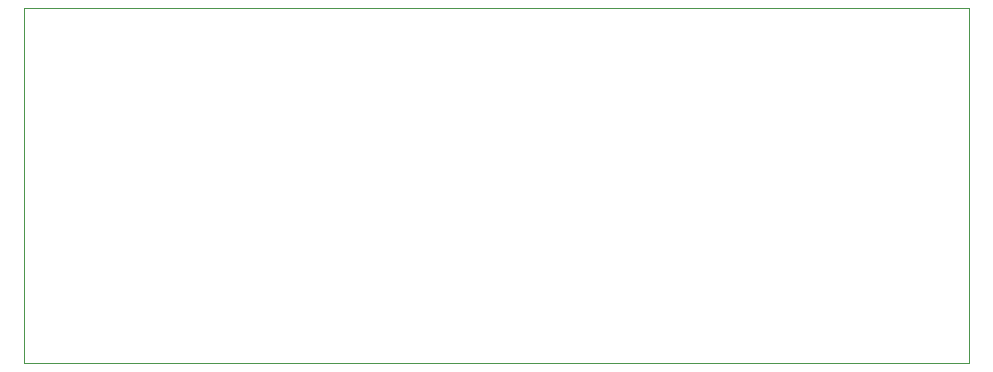
<source format=gm1>
%TF.GenerationSoftware,KiCad,Pcbnew,5.1.6-c6e7f7d~86~ubuntu18.04.1*%
%TF.CreationDate,2020-07-27T22:50:38-07:00*%
%TF.ProjectId,atmega168_tb2,61746d65-6761-4313-9638-5f7462322e6b,rev?*%
%TF.SameCoordinates,Original*%
%TF.FileFunction,Profile,NP*%
%FSLAX46Y46*%
G04 Gerber Fmt 4.6, Leading zero omitted, Abs format (unit mm)*
G04 Created by KiCad (PCBNEW 5.1.6-c6e7f7d~86~ubuntu18.04.1) date 2020-07-27 22:50:38*
%MOMM*%
%LPD*%
G01*
G04 APERTURE LIST*
%TA.AperFunction,Profile*%
%ADD10C,0.050000*%
%TD*%
G04 APERTURE END LIST*
D10*
X126630000Y-52600000D02*
X126630000Y-22600000D01*
X46630000Y-52600000D02*
X126630000Y-52600000D01*
X46630000Y-22600000D02*
X46630000Y-52600000D01*
X126630000Y-22600000D02*
X46630000Y-22600000D01*
M02*

</source>
